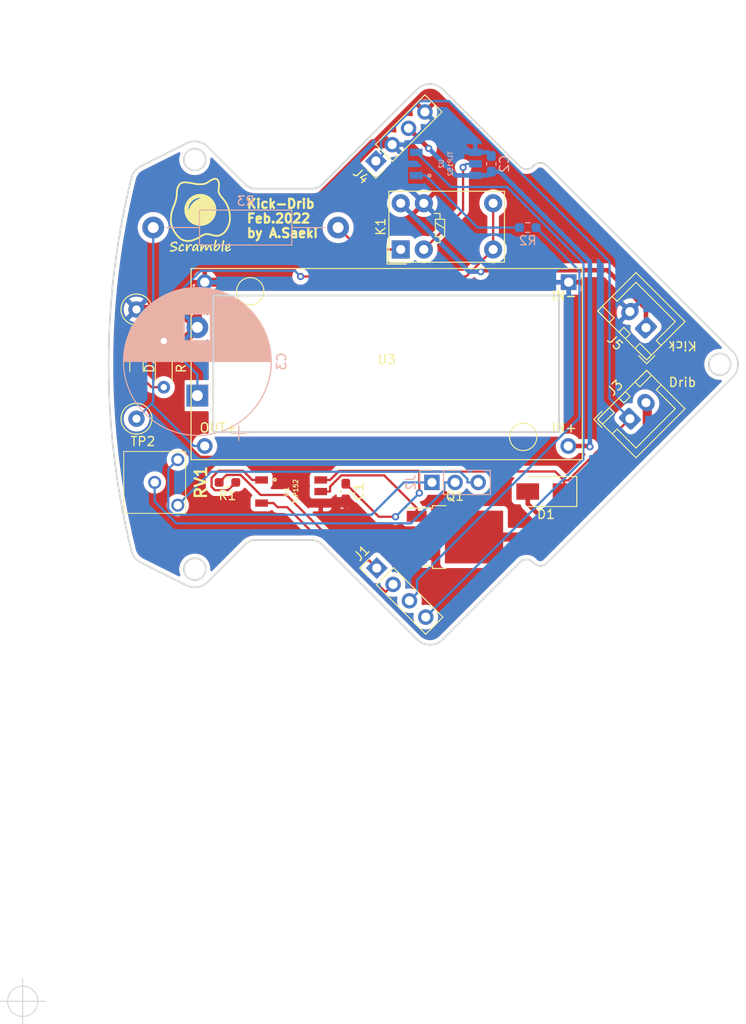
<source format=kicad_pcb>
(kicad_pcb (version 20211014) (generator pcbnew)
  (title_block (title "control board") (date "2021-11-08") (rev "V1.1") (company "Saeki.A"))
  (layers (0 "F.Cu" signal) (31 "B.Cu" signal) (34 "B.Paste" user) (35 "F.Paste" user) (36 "B.SilkS" user "B.Silkscreen") (37 "F.SilkS" user "F.Silkscreen") (38 "B.Mask" user) (39 "F.Mask" user) (44 "Edge.Cuts" user))
  (net 0 "")
  (net 1 "Net-(C3-Pad1)")
  (net 2 "+15V")
  (net 3 "GND")
  (net 4 "Net-(D1-Pad2)")
  (net 5 "Net-(J1-Pad1)")
  (net 6 "Net-(J1-Pad3)")
  (net 7 "Net-(J1-Pad4)")
  (net 8 "Net-(J1-Pad2)")
  (net 9 "Net-(J2-Pad1)")
  (net 10 "Net-(J2-Pad2)")
  (net 11 "Net-(J2-Pad3)")
  (net 12 "Net-(K1-Pad1)")
  (net 13 "Net-(K1-Pad2)")
  (net 14 "Net-(Q1-Pad1)")
  (net 15 "Net-(R3-Pad2)")
  (net 16 "Net-(R1-Pad1)")
  (net 17 "Net-(R2-Pad1)")
  (net 18 "Net-(D2-Pad2)")
  (net 19 "Net-(J5-Pad1)")
  (net 20 "Net-(J4-Pad1)")
  (footprint "0.main.robot:XL6009_HW432" (layer "F.Cu") (at 75.5 115 180)
    (fp_text reference "U3" (at 0 0.5) (layer "F.SilkS"))
    (fp_text value "XL6009/HW-432")
    (fp_text user "OUT-" (at 19 7.5) (layer "F.SilkS"))
    (fp_text user "IN-" (at -19.5 7.5) (layer "F.SilkS"))
    (fp_text user "IN+" (at -19.5 -7) (layer "F.SilkS"))
    (fp_text user "OUT+" (at 18.5 -7) (layer "F.SilkS"))
    (pad "1" thru_hole rect (at -20 9 180) (size 1.7272 1.7272) (drill 1.016) (layers *.Cu *.Mask) (net 3 "GND"))
    (pad "2" thru_hole oval (at -19.96 -9 180) (size 1.7272 1.7272) (drill 1.016) (layers *.Cu *.Mask) (net 2 "+15V"))
    (pad "3" thru_hole oval (at 20 9 180) (size 1.7272 1.7272) (drill 1.016) (layers *.Cu *.Mask) (net 3 "GND"))
    (pad "4" thru_hole oval (at 20 -9 180) (size 1.7272 1.7272) (drill 1.016) (layers *.Cu *.Mask) (net 15 "Net-(R3-Pad2)"))
  )
  (footprint "Capacitor_SMD:C_0603_1608Metric_Pad1.08x0.95mm_HandSolder" (layer "F.Cu") (at 71 129 -90)
    (fp_text reference "C1" (at 0 -1.43 90) (layer "F.SilkS"))
    (fp_text value "1uF")
    (pad "1" smd roundrect (at -0.8625 0 270) (size 1.075 0.95) (layers "F.Cu" "F.Paste" "F.Mask") (net 20 "Net-(J4-Pad1)"))
    (pad "2" smd roundrect (at 0.8625 0 270) (size 1.075 0.95) (layers "F.Cu" "F.Paste" "F.Mask") (net 3 "GND"))
  )
  (footprint "Connector_JST:JST_XH_B2B-XH-A_1x02_P2.50mm_Vertical" (layer "F.Cu") (at 104 111 135)
    (fp_text reference "J5" (at 1.25 -3.55 135) (layer "F.SilkS"))
    (fp_text value "Kicker1")
    (pad "1" thru_hole roundrect (at 0 0 135) (size 1.7 2) (drill 1) (layers *.Cu *.Mask) (roundrect_rratio 0.147059) (net 19 "Net-(J5-Pad1)"))
    (pad "2" thru_hole oval (at 2.5 0 135) (size 1.7 2) (drill 1) (layers *.Cu *.Mask) (net 3 "GND"))
  )
  (footprint "Connector_PinHeader_2.54mm:PinHeader_1x04_P2.54mm_Vertical" (layer "F.Cu") (at 74.313 92.687 135)
    (fp_text reference "J4" (at 0 -2.33 135) (layer "F.SilkS"))
    (fp_text value "drib-kick_POWER")
    (pad "1" thru_hole rect (at 0 0 135) (size 1.7 1.7) (drill 1) (layers *.Cu *.Mask) (net 20 "Net-(J4-Pad1)"))
    (pad "2" thru_hole oval (at 0 2.54 135) (size 1.7 1.7) (drill 1) (layers *.Cu *.Mask) (net 3 "GND"))
    (pad "3" thru_hole oval (at 0 5.08 135) (size 1.7 1.7) (drill 1) (layers *.Cu *.Mask) (net 2 "+15V"))
    (pad "4" thru_hole oval (at 0 7.62 135) (size 1.7 1.7) (drill 1) (layers *.Cu *.Mask) (net 3 "GND"))
  )
  (footprint "TestPoint:TestPoint_Loop_D2.60mm_Drill0.9mm_Beaded" (layer "F.Cu") (at 48 121)
    (fp_text reference "TP2" (at 0.7 2.5) (layer "F.SilkS"))
    (fp_text value "V+")
    (pad "1" thru_hole circle (at 0 0) (size 1.8 1.8) (drill 0.9) (layers *.Cu *.Mask) (net 15 "Net-(R3-Pad2)"))
  )
  (footprint "TestPoint:TestPoint_Loop_D2.60mm_Drill0.9mm_Beaded" (layer "F.Cu") (at 48 109)
    (fp_text reference "TP1" (at 0.7 2.5) (layer "F.SilkS"))
    (fp_text value "GND")
    (pad "1" thru_hole circle (at 0 0) (size 1.8 1.8) (drill 0.9) (layers *.Cu *.Mask) (net 3 "GND"))
  )
  (footprint "0.main.robot:Trim-GF063X" (layer "F.Cu") (at 50 128 -90)
    (fp_text reference "RV1" (at 0 -5.08 90) (layer "F.SilkS") (effects (font (size 1.27 1.27) (thickness 0.254))))
    (fp_text value "20k" hide)
    (pad "1" thru_hole circle locked (at -2.5 -2.54 270) (size 1.431 1.431) (drill 0.92) (layers *.Cu *.Mask) (net 9 "Net-(J2-Pad1)"))
    (pad "2" thru_hole circle locked (at 0 0 270) (size 1.431 1.431) (drill 0.92) (layers *.Cu *.Mask) (net 10 "Net-(J2-Pad2)"))
    (pad "3" thru_hole circle locked (at 2.5 -2.54 270) (size 1.431 1.431) (drill 0.92) (layers *.Cu *.Mask) (net 11 "Net-(J2-Pad3)"))
  )
  (footprint "LOGO" (layer "F.Cu") (at 55 99)
    (fp_text reference "G***")
    (fp_text value "LOGO" hide)
  )
  (footprint "Resistor_SMD:R_0603_1608Metric_Pad0.98x0.95mm_HandSolder" (layer "F.Cu") (at 58 128 180)
    (fp_text reference "R1" (at 0 -1.43) (layer "F.SilkS"))
    (fp_text value "120")
    (pad "1" smd roundrect (at -0.9125 0 180) (size 0.975 0.95) (layers "F.Cu" "F.Paste" "F.Mask") (net 16 "Net-(R1-Pad1)"))
    (pad "2" smd roundrect (at 0.9125 0 180) (size 0.975 0.95) (layers "F.Cu" "F.Paste" "F.Mask") (net 5 "Net-(J1-Pad1)"))
  )
  (footprint "0.main.robot:TLP152" (layer "F.Cu") (at 65 129 -90)
    (fp_text reference "U1" (at 0 0.5 90) (layer "F.SilkS") (effects (font (size 0.5 0.5) (thickness 0.1))))
    (fp_text value "TLP152" (at 0 -0.5 90) (layer "F.SilkS") (effects (font (size 0.5 0.5) (thickness 0.1))))
    (pad "1" smd rect locked (at -1.27 3.25 270) (size 0.8 1.4) (layers "F.Cu" "F.Paste" "F.Mask") (net 16 "Net-(R1-Pad1)"))
    (pad "3" smd rect locked (at 1.27 3.25 270) (size 0.8 1.4) (layers "F.Cu" "F.Paste" "F.Mask") (net 8 "Net-(J1-Pad2)"))
    (pad "4" smd rect locked (at 1.27 -3.25 270) (size 0.8 1.4) (layers "F.Cu" "F.Paste" "F.Mask") (net 3 "GND"))
    (pad "5" smd rect locked (at 0 -3.25 270) (size 0.8 1.4) (layers "F.Cu" "F.Paste" "F.Mask") (net 14 "Net-(Q1-Pad1)"))
    (pad "6" smd rect locked (at -1.27 -3.25 270) (size 0.8 1.4) (layers "F.Cu" "F.Paste" "F.Mask") (net 20 "Net-(J4-Pad1)"))
  )
  (footprint "Connector_JST:JST_XH_B2B-XH-A_1x02_P2.50mm_Vertical" (layer "F.Cu") (at 102.2322 121 45)
    (fp_text reference "J3" (at 1.25 -3.55 45) (layer "F.SilkS"))
    (fp_text value "DribblerMotor")
    (pad "1" thru_hole roundrect (at 0 0 45) (size 1.7 2) (drill 1) (layers *.Cu *.Mask) (roundrect_rratio 0.147059) (net 20 "Net-(J4-Pad1)"))
    (pad "2" thru_hole oval (at 2.5 0 45) (size 1.7 2) (drill 1) (layers *.Cu *.Mask) (net 4 "Net-(D1-Pad2)"))
  )
  (footprint "Relay_THT:Relay_SPDT_Omron_G5V-1" (layer "F.Cu") (at 77.0425 102.4075 90)
    (fp_text reference "K1" (at 2.5 -2.2 90) (layer "F.SilkS"))
    (fp_text value "G5V-1/12V")
    (pad "1" thru_hole rect (at 0 0 90) (size 2 2) (drill 1) (layers *.Cu *.Mask) (net 12 "Net-(K1-Pad1)"))
    (pad "2" thru_hole circle (at 0 2.54 90) (size 2 2) (drill 1) (layers *.Cu *.Mask) (net 13 "Net-(K1-Pad2)"))
    (pad "5" thru_hole circle (at 0 10.16 90) (size 2 2) (drill 1) (layers *.Cu *.Mask) (net 1 "Net-(C3-Pad1)"))
    (pad "6" thru_hole circle (at 5.08 10.16 90) (size 2 2) (drill 1) (layers *.Cu *.Mask) (net 1 "Net-(C3-Pad1)"))
    (pad "9" thru_hole circle (at 5.08 2.54 90) (size 2 2) (drill 1) (layers *.Cu *.Mask) (net 3 "GND"))
    (pad "10" thru_hole circle (at 5.08 0 90) (size 2 2) (drill 1) (layers *.Cu *.Mask) (net 19 "Net-(J5-Pad1)"))
  )
  (footprint "Connector_PinHeader_2.54mm:PinHeader_1x04_P2.54mm_Vertical" (layer "F.Cu") (at 74.4079 137.4079 45)
    (fp_text reference "J1" (at 0 -2.33 45) (layer "F.SilkS"))
    (fp_text value "drib-kick")
    (pad "1" thru_hole rect (at 0 0 45) (size 1.7 1.7) (drill 1) (layers *.Cu *.Mask) (net 5 "Net-(J1-Pad1)"))
    (pad "2" thru_hole oval (at 0 2.54 45) (size 1.7 1.7) (drill 1) (layers *.Cu *.Mask) (net 8 "Net-(J1-Pad2)"))
    (pad "3" thru_hole oval (at 0 5.08 45) (size 1.7 1.7) (drill 1) (layers *.Cu *.Mask) (net 6 "Net-(J1-Pad3)"))
    (pad "4" thru_hole oval (at 0 7.62 45) (size 1.7 1.7) (drill 1) (layers *.Cu *.Mask) (net 7 "Net-(J1-Pad4)"))
  )
  (footprint "Resistor_THT:R_Axial_DIN0204_L3.6mm_D1.6mm_P5.08mm_Horizontal" (layer "F.Cu") (at 51 112.46 -90)
    (fp_text reference "R4" (at 2.54 -1.92 90) (layer "F.SilkS"))
    (fp_text value "30k")
    (pad "1" thru_hole circle (at 0 0 270) (size 1.4 1.4) (drill 0.7) (layers *.Cu *.Mask) (net 1 "Net-(C3-Pad1)"))
    (pad "2" thru_hole oval (at 5.08 0 270) (size 1.4 1.4) (drill 0.7) (layers *.Cu *.Mask) (net 18 "Net-(D2-Pad2)"))
  )
  (footprint "Diode_SMD:D_SMA" (layer "F.Cu") (at 93 129 180)
    (fp_text reference "D1" (at 0 -2.5) (layer "F.SilkS"))
    (fp_text value "SX34F")
    (pad "1" smd rect (at -2 0 180) (size 2.5 1.8) (layers "F.Cu" "F.Paste" "F.Mask") (net 20 "Net-(J4-Pad1)"))
    (pad "2" smd rect (at 2 0 180) (size 2.5 1.8) (layers "F.Cu" "F.Paste" "F.Mask") (net 4 "Net-(D1-Pad2)"))
  )
  (footprint "Package_TO_SOT_SMD:TO-252-2" (layer "F.Cu") (at 83 134)
    (fp_text reference "Q1" (at 0 -4.5) (layer "F.SilkS"))
    (fp_text value "NP52N06SLG")
    (pad "1" smd rect (at -4.2 -2.28) (size 2.2 1.2) (layers "F.Cu" "F.Paste" "F.Mask") (net 14 "Net-(Q1-Pad1)"))
    (pad "2" smd rect (at 2.1 0) (size 6.4 5.8) (layers "F.Cu" "F.Mask") (net 4 "Net-(D1-Pad2)"))
    (pad "3" smd rect (at -4.2 2.28) (size 2.2 1.2) (layers "F.Cu" "F.Paste" "F.Mask") (net 3 "GND"))
  )
  (footprint "LED_SMD:LED_0603_1608Metric_Pad1.05x0.95mm_HandSolder" (layer "F.Cu") (at 48 115 -90)
    (fp_text reference "D2" (at 0 -1.43 90) (layer "F.SilkS"))
    (fp_text value "LED")
    (pad "1" smd roundrect (at -0.875 0 270) (size 1.05 0.95) (layers "F.Cu" "F.Paste" "F.Mask") (net 3 "GND"))
    (pad "2" smd roundrect (at 0.875 0 270) (size 1.05 0.95) (layers "F.Cu" "F.Paste" "F.Mask") (net 18 "Net-(D2-Pad2)"))
  )
  (footprint "0.main.robot:TLP152" (layer "B.Cu") (at 82 93 90)
    (fp_text reference "U2" (at 0 -0.5 90) (layer "B.SilkS") (effects (font (size 0.5 0.5) (thickness 0.1)) (justify mirror)))
    (fp_text value "TLP152" (at 0 0.5 90) (layer "B.SilkS") (effects (font (size 0.5 0.5) (thickness 0.1)) (justify mirror)))
    (pad "1" smd rect locked (at -1.27 -3.25 90) (size 0.8 1.4) (layers "B.Cu" "B.Paste" "B.Mask") (net 17 "Net-(R2-Pad1)"))
    (pad "3" smd rect locked (at 1.27 -3.25 90) (size 0.8 1.4) (layers "B.Cu" "B.Paste" "B.Mask") (net 7 "Net-(J1-Pad4)"))
    (pad "4" smd rect locked (at 1.27 3.25 90) (size 0.8 1.4) (layers "B.Cu" "B.Paste" "B.Mask") (net 3 "GND"))
    (pad "5" smd rect locked (at 0 3.25 90) (size 0.8 1.4) (layers "B.Cu" "B.Paste" "B.Mask") (net 13 "Net-(K1-Pad2)"))
    (pad "6" smd rect locked (at -1.27 3.25 90) (size 0.8 1.4) (layers "B.Cu" "B.Paste" "B.Mask") (net 2 "+15V"))
  )
  (footprint "Resistor_SMD:R_0603_1608Metric_Pad0.98x0.95mm_HandSolder" (layer "B.Cu") (at 91 100)
    (fp_text reference "R2" (at 0 1.43) (layer "B.SilkS") (effects (justify mirror)))
    (fp_text value "120")
    (pad "1" smd roundrect (at -0.9125 0) (size 0.975 0.95) (layers "B.Cu" "B.Paste" "B.Mask") (net 17 "Net-(R2-Pad1)"))
    (pad "2" smd roundrect (at 0.9125 0) (size 0.975 0.95) (layers "B.Cu" "B.Paste" "B.Mask") (net 6 "Net-(J1-Pad3)"))
  )
  (footprint "Capacitor_SMD:C_0603_1608Metric_Pad1.08x0.95mm_HandSolder" (layer "B.Cu") (at 87 93 90)
    (fp_text reference "C2" (at 0 1.43 90) (layer "B.SilkS") (effects (justify mirror)))
    (fp_text value "1uF")
    (pad "1" smd roundrect (at -0.8625 0 90) (size 1.075 0.95) (layers "B.Cu" "B.Paste" "B.Mask") (net 2 "+15V"))
    (pad "2" smd roundrect (at 0.8625 0 90) (size 1.075 0.95) (layers "B.Cu" "B.Paste" "B.Mask") (net 3 "GND"))
  )
  (footprint "Resistor_THT:R_Axial_DIN0411_L9.9mm_D3.6mm_P20.32mm_Horizontal" (layer "B.Cu") (at 70.16 100 180)
    (fp_text reference "R3" (at 10.16 2.92) (layer "B.SilkS") (effects (justify mirror)))
    (fp_text value "100")
    (pad "1" thru_hole circle (at 0 0 180) (size 2.4 2.4) (drill 1.2) (layers *.Cu *.Mask) (net 12 "Net-(K1-Pad1)"))
    (pad "2" thru_hole oval (at 20.32 0 180) (size 2.4 2.4) (drill 1.2) (layers *.Cu *.Mask) (net 15 "Net-(R3-Pad2)"))
  )
  (footprint "Capacitor_THT:CP_Radial_D16.0mm_P7.50mm" (layer "B.Cu") (at 54.69 118.463 90)
    (fp_text reference "C3" (at 3.75 9.25 90) (layer "B.SilkS") (effects (justify mirror)))
    (fp_text value "2200uF/63V")
    (pad "1" thru_hole rect (at 0 0 90) (size 2.4 2.4) (drill 1.2) (layers *.Cu *.Mask) (net 1 "Net-(C3-Pad1)"))
    (pad "2" thru_hole circle (at 7.5 0 90) (size 2.4 2.4) (drill 1.2) (layers *.Cu *.Mask) (net 3 "GND"))
  )
  (footprint "Connector_PinHeader_2.54mm:PinHeader_1x03_P2.54mm_Vertical" (layer "B.Cu") (at 80.475 128 -90)
    (fp_text reference "J2" (at 0 2.33 90) (layer "B.SilkS") (effects (justify mirror)))
    (fp_text value "Conn_01x03")
    (pad "1" thru_hole rect (at 0 0 270) (size 1.7 1.7) (drill 1) (layers *.Cu *.Mask) (net 9 "Net-(J2-Pad1)"))
    (pad "2" thru_hole oval (at 0 -2.54 270) (size 1.7 1.7) (drill 1) (layers *.Cu *.Mask) (net 10 "Net-(J2-Pad2)"))
    (pad "3" thru_hole oval (at 0 -5.08 270) (size 1.7 1.7) (drill 1) (layers *.Cu *.Mask) (net 11 "Net-(J2-Pad3)"))
  )
  (gr_arc (start 91.679969 93.185513) (mid 92.387076 92.892619) (end 93.094182 93.185513) (layer "Edge.Cuts") (width 0.2))
  (gr_arc (start 90.150532 136.760152) (mid 90.857638 136.467258) (end 91.564745 136.760152) (layer "Edge.Cuts") (width 0.2))
  (gr_arc (start 68.360164 95.292114) (mid 67.873529 95.617273) (end 67.299504 95.731454) (layer "Edge.Cuts") (width 0.2))
  (gr_line (start 91.564745 136.760152) (end 91.679969 136.875375) (layer "Edge.Cuts") (width 0.2))
  (gr_line (start 91.679969 93.185513) (end 91.564745 93.300736) (layer "Edge.Cuts") (width 0.2))
  (gr_line (start 61.056863 134.329434) (end 67.299504 134.329434) (layer "Edge.Cuts") (width 0.2))
  (gr_arc (start 67.299504 134.329434) (mid 67.873529 134.443615) (end 68.360164 134.768774) (layer "Edge.Cuts") (width 0.2))
  (gr_arc (start 78.836823 84.815455) (mid 80.251037 84.229668) (end 81.66525 84.815455) (layer "Edge.Cuts") (width 0.2))
  (gr_arc (start 47.439877 135.496901) (mid 44.939114 115.030444) (end 47.439877 94.563987) (layer "Edge.Cuts") (width 0.2))
  (gr_arc (start 81.66525 145.245433) (mid 80.251037 145.83122) (end 78.836823 145.245433) (layer "Edge.Cuts") (width 0.2))
  (gr_arc (start 48.486608 136.804192) (mid 47.819822 136.265382) (end 47.439877 135.496901) (layer "Edge.Cuts") (width 0.2))
  (gr_line (start 68.360164 134.768774) (end 78.836823 145.245433) (layer "Edge.Cuts") (width 0.2))
  (gr_line (start 94.44 122.463) (end 56.44 122.463) (layer "Edge.Cuts") (width 0.2))
  (gr_arc (start 93.094182 136.875375) (mid 92.387076 137.168269) (end 91.679969 136.875375) (layer "Edge.Cuts") (width 0.2))
  (gr_line (start 59.996203 95.292114) (end 55.822033 91.117945) (layer "Edge.Cuts") (width 0.2))
  (gr_arc (start 55.822033 138.942943) (mid 54.728184 139.502904) (end 53.513393 139.317584) (layer "Edge.Cuts") (width 0.2))
  (gr_line (start 56.44 122.463) (end 56.44 107.463) (layer "Edge.Cuts") (width 0.2))
  (gr_circle (center 112.110687 115.030444) (end 110.910687 115.030444) (layer "Edge.Cuts") (width 0.2) (fill none))
  (gr_line (start 48.486608 136.804192) (end 53.513393 139.317584) (layer "Edge.Cuts") (width 0.2))
  (gr_line (start 55.822033 138.942943) (end 59.996203 134.768774) (layer "Edge.Cuts") (width 0.2))
  (gr_arc (start 47.439877 94.563987) (mid 47.819822 93.795506) (end 48.486608 93.256696) (layer "Edge.Cuts") (width 0.2))
  (gr_line (start 53.513393 90.743304) (end 48.486608 93.256696) (layer "Edge.Cuts") (width 0.2))
  (gr_arc (start 61.056863 95.731454) (mid 60.482838 95.617273) (end 59.996203 95.292114) (layer "Edge.Cuts") (width 0.2))
  (gr_line (start 81.66525 145.245433) (end 90.150532 136.760152) (layer "Edge.Cuts") (width 0.2))
  (gr_arc (start 53.513393 90.743304) (mid 54.728184 90.557984) (end 55.822033 91.117945) (layer "Edge.Cuts") (width 0.2))
  (gr_arc (start 59.996203 134.768774) (mid 60.482838 134.443615) (end 61.056863 134.329434) (layer "Edge.Cuts") (width 0.2))
  (gr_line (start 67.299504 95.731454) (end 61.056863 95.731454) (layer "Edge.Cuts") (width 0.2))
  (gr_line (start 90.150532 93.300736) (end 81.66525 84.815455) (layer "Edge.Cuts") (width 0.2))
  (gr_circle (center 54.407819 137.52873) (end 53.207819 137.52873) (layer "Edge.Cuts") (width 0.2) (fill none))
  (gr_circle (center 54.407819 92.532159) (end 53.207819 92.532159) (layer "Edge.Cuts") (width 0.2) (fill none))
  (gr_arc (start 113.5249 113.61623) (mid 114.110687 115.030444) (end 113.5249 116.444658) (layer "Edge.Cuts") (width 0.2))
  (gr_line (start 78.836823 84.815455) (end 68.360164 95.292114) (layer "Edge.Cuts") (width 0.2))
  (gr_line (start 56.44 107.463) (end 94.44 107.463) (layer "Edge.Cuts") (width 0.2))
  (gr_arc (start 91.564745 93.300736) (mid 90.857638 93.59363) (end 90.150532 93.300736) (layer "Edge.Cuts") (width 0.2))
  (gr_line (start 94.44 107.463) (end 94.44 122.463) (layer "Edge.Cuts") (width 0.2))
  (gr_line (start 113.5249 113.61623) (end 93.094182 93.185513) (layer "Edge.Cuts") (width 0.2))
  (gr_line (start 93.094182 136.875375) (end 113.5249 116.444658) (layer "Edge.Cuts") (width 0.2))
  (gr_text "Kick-Drib\nFeb.2022\nby A.Saeki" (at 60 99) (layer "F.SilkS") (effects (font (size 1 1) (thickness 0.25)) (justify left)))
  (gr_text "Drib" (at 108 117) (layer "F.SilkS") (effects (font (size 1 1))))
  (gr_text "Kick" (at 108 113 180) (layer "F.SilkS") (effects (font (size 1 1))))
  (target plus (at 35.5 185) (size 5) (width 0.1) (layer "Edge.Cuts"))
  (segment (start 66.035 105.375) (end 84.235 105.375) (width 0.25) (layer "F.Cu") (net 1))
  (segment (start 87.2025 102.4075) (end 87.2025 97.3275) (width 0.25) (layer "F.Cu") (net 1))
  (segment (start 84.235 105.375) (end 87.2025 102.4075) (width 0.25) (layer "F.Cu") (net 1))
  (via (at 66.035 105.375) (size 0.8) (drill 0.4) (layers "F.Cu" "B.Cu") (net 1))
  (segment (start 55.0578 104.755) (end 51 108.8128) (width 0.25) (layer "B.Cu") (net 1))
  (segment (start 54.69 116.15) (end 54.69 118.463) (width 0.25) (layer "B.Cu") (net 1))
  (segment (start 65.415 104.755) (end 55.0578 104.755) (width 0.25) (layer "B.Cu") (net 1))
  (segment (start 51 108.8128) (end 51 112.46) (width 0.25) (layer "B.Cu") (net 1))
  (segment (start 51 112.46) (end 54.69 116.15) (width 0.25) (layer "B.Cu") (net 1))
  (segment (start 66.035 105.375) (end 65.415 104.755) (width 0.25) (layer "B.Cu") (net 1))
  (segment (start 95.46 124) (end 97.7559 124) (width 0.5) (layer "F.Cu") (net 2))
  (segment (start 97.7559 124) (end 97.8374 124.0815) (width 0.5) (layer "F.Cu") (net 2))
  (segment (start 77.9051 89.0949) (end 80.112 91.3018) (width 0.5) (layer "F.Cu") (net 2))
  (via (at 97.8374 124.0815) (size 0.8) (drill 0.4) (layers "F.Cu" "B.Cu") (net 2))
  (via (at 80.112 91.3018) (size 0.8) (drill 0.4) (layers "F.Cu" "B.Cu") (net 2))
  (segment (start 85.25 94.27) (end 83.0802 94.27) (width 0.5) (layer "B.Cu") (net 2))
  (segment (start 97.8374 124.0815) (end 97.8374 103.7555) (width 0.5) (layer "B.Cu") (net 2))
  (segment (start 85.25 94.27) (end 86.5925 94.27) (width 0.5) (layer "B.Cu") (net 2))
  (segment (start 97.8374 103.7555) (end 87.9444 93.8625) (width 0.5) (layer "B.Cu") (net 2))
  (segment (start 86.5925 94.27) (end 87 93.8625) (width 0.5) (layer "B.Cu") (net 2))
  (segment (start 83.0802 94.27) (end 80.112 91.3018) (width 0.5) (layer "B.Cu") (net 2))
  (segment (start 87.9444 93.8625) (end 87 93.8625) (width 0.5) (layer "B.Cu") (net 2))
  (segment (start 52.727 109) (end 54.69 110.963) (width 1) (layer "F.Cu") (net 3))
  (segment (start 95.5 106) (end 96.8139 106) (width 0.5) (layer "F.Cu") (net 3))
  (segment (start 74.0232 90.7854) (end 76.0035 90.7854) (width 1) (layer "F.Cu") (net 3))
  (segment (start 77.4175 136.28) (end 71 129.862) (width 1) (layer "F.Cu") (net 3))
  (segment (start 68.25 130.27) (end 67.021 130.27) (width 1) (layer "F.Cu") (net 3))
  (segment (start 54.69 106.81) (end 55.5 106) (width 1) (layer "F.Cu") (net 3))
  (segment (start 54.8525 125.563) (end 52.7905 123.501) (width 1) (layer "F.Cu") (net 3))
  (segment (start 67.021 130.27) (end 62.3141 125.563) (width 1) (layer "F.Cu") (net 3))
  (segment (start 101.3128 108.3128) (end 99.1267 108.3128) (width 0.5) (layer "F.Cu") (net 3))
  (segment (start 52.7905 116.0609) (end 52.7905 112.863) (width 1) (layer "F.Cu") (net 3))
  (segment (start 71 129.862) (end 70.9998 129.8623) (width 1) (layer "F.Cu") (net 3))
  (segment (start 78.8 136.28) (end 77.4175 136.28) (width 1) (layer "F.Cu") (net 3))
  (segment (start 52.7905 116.0609) (end 50.8546 114.125) (width 0.5) (layer "F.Cu") (net 3))
  (segment (start 54.69 110.963) (end 54.69 106.81) (width 1) (layer "F.Cu") (net 3))
  (segment (start 55.5 106) (end 58.8086 106) (width 1) (layer "F.Cu") (net 3))
  (segment (start 70.5925 130.27) (end 68.25 130.27) (width 1) (layer "F.Cu") (net 3))
  (segment (start 71 129.8625) (end 70.9998 129.8623) (width 0.5) (layer "F.Cu") (net 3))
  (segment (start 58.8086 106) (end 74.0232 90.7854) (width 1) (layer "F.Cu") (net 3))
  (segment (start 52.7905 112.863) (end 54.69 110.963) (width 1) (layer "F.Cu") (net 3))
  (segment (start 99.1267 108.3128) (end 96.8139 106) (width 0.5) (layer "F.Cu") (net 3))
  (segment (start 76.0035 90.7854) (end 76.1091 90.8909) (width 1) (layer "F.Cu") (net 3))
  (segment (start 48 109) (end 52.727 109) (width 1) (layer "F.Cu") (net 3))
  (segment (start 62.3141 125.563) (end 54.8525 125.563) (width 1) (layer "F.Cu") (net 3))
  (segment (start 50.8546 114.125) (end 48 114.125) (width 0.5) (layer "F.Cu") (net 3))
  (segment (start 52.7905 123.501) (end 52.7905 116.0609) (width 1) (layer "F.Cu") (net 3))
  (segment (start 102.2322 109.2322) (end 101.3128 108.3128) (width 0.5) (layer "F.Cu") (net 3))
  (segment (start 70.9998 129.8623) (end 70.5925 130.27) (width 1) (layer "F.Cu") (net 3))
  (segment (start 95.5 106) (end 88.255 106) (width 0.5) (layer "B.Cu") (net 3))
  (segment (start 77.8532 90.6374) (end 78.2057 90.6374) (width 0.5) (layer "B.Cu") (net 3))
  (segment (start 80.6206 88.2183) (end 80.6207 88.2182) (width 0.5) (layer "B.Cu") (net 3))
  (segment (start 81.1674 88.2225) (end 84.6749 91.73) (width 0.5) (layer "B.Cu") (net 3))
  (segment (start 88.255 106) (end 79.5825 97.3275) (width 0.5) (layer "B.Cu") (net 3))
  (segment (start 78.2057 90.6374) (end 80.6206 88.2225) (width 0.5) (layer "B.Cu") (net 3))
  (segment (start 79.5825 97.3275) (end 77.5997 95.3447) (width 0.5) (layer "B.Cu") (net 3))
  (segment (start 86.5925 91.73) (end 87 92.1375) (width 0.5) (layer "B.Cu") (net 3))
  (segment (start 84.9625 91.73) (end 84.6749 91.73) (width 0.5) (layer "B.Cu") (net 3))
  (segment (start 77.5997 95.3447) (end 77.5997 90.8909) (width 0.5) (layer "B.Cu") (net 3))
  (segment (start 84.6749 91.73) (end 84.0997 91.73) (width 0.5) (layer "B.Cu") (net 3))
  (segment (start 77.5997 90.8909) (end 77.8532 90.6374) (width 0.5) (layer "B.Cu") (net 3))
  (segment (start 79.7012 87.2988) (end 80.6207 88.2182) (width 0.5) (layer "B.Cu") (net 3))
  (segment (start 85.25 91.73) (end 86.5925 91.73) (width 0.5) (layer "B.Cu") (net 3))
  (segment (start 84.9625 91.73) (end 85.25 91.73) (width 0.5) (layer "B.Cu") (net 3))
  (segment (start 80.6206 88.2225) (end 80.6206 88.2183) (width 0.5) (layer "B.Cu") (net 3))
  (segment (start 77.5997 90.8909) (end 76.1091 90.8909) (width 0.5) (layer "B.Cu") (net 3))
  (segment (start 80.6206 88.2225) (end 81.1674 88.2225) (width 0.5) (layer "B.Cu") (net 3))
  (segment (start 104 119.2322) (end 104.0001 119.2321) (width 0.5) (layer "F.Cu") (net 4))
  (segment (start 93.549 134) (end 94.0993 133.4497) (width 1) (layer "F.Cu") (net 4))
  (segment (start 91 130.3504) (end 94.0993 133.4497) (width 0.5) (layer "F.Cu") (net 4))
  (segment (start 94.0993 133.4497) (end 104.136 123.413) (width 1) (layer "F.Cu") (net 4))
  (segment (start 85.1 134) (end 93.549 134) (width 1) (layer "F.Cu") (net 4))
  (segment (start 104.136 123.413) (end 104.136 119.369) (width 1) (layer "F.Cu") (net 4))
  (segment (start 104.136 119.369) (end 104.0001 119.2321) (width 1) (layer "F.Cu") (net 4))
  (segment (start 91 129) (end 91 130.3504) (width 0.5) (layer "F.Cu") (net 4))
  (segment (start 104.0001 119.2321) (end 104 119.232) (width 1) (layer "F.Cu") (net 4))
  (segment (start 73.5768 136.5769) (end 73.5769 136.5768) (width 0.25) (layer "F.Cu") (net 5))
  (segment (start 59.4446 127.1736) (end 61.646 129.375) (width 0.25) (layer "F.Cu") (net 5))
  (segment (start 57.9139 127.1736) (end 59.4446 127.1736) (width 0.25) (layer "F.Cu") (net 5))
  (segment (start 71.6905 136.5769) (end 73.5768 136.5769) (width 0.25) (layer "F.Cu") (net 5))
  (segment (start 74.4079 137.4079) (end 73.5769 136.5768) (width 0.25) (layer "F.Cu") (net 5))
  (segment (start 61.646 129.375) (end 64.4886 129.375) (width 0.25) (layer "F.Cu") (net 5))
  (segment (start 64.4886 129.375) (end 71.6905 136.5769) (width 0.25) (layer "F.Cu") (net 5))
  (segment (start 57.0875 128) (end 57.9139 127.1736) (width 0.25) (layer "F.Cu") (net 5))
  (segment (start 96.689 120.8874) (end 96.689 104.7765) (width 0.25) (layer "B.Cu") (net 6))
  (segment (start 96.689 104.7765) (end 91.9125 100) (width 0.25) (layer "B.Cu") (net 6))
  (segment (start 78 141) (end 78.8311 140.1689) (width 0.25) (layer "B.Cu") (net 6))
  (segment (start 78.831 138.7454) (end 96.689 120.8874) (width 0.25) (layer "B.Cu") (net 6))
  (segment (start 78.8311 140.1689) (end 78.831 140.1689) (width 0.25) (layer "B.Cu") (net 6))
  (segment (start 78.831 140.1689) (end 78.831 138.7454) (width 0.25) (layer "B.Cu") (net 6))
  (segment (start 78.75 91.73) (end 82.5567 95.5367) (width 0.25) (layer "B.Cu") (net 7))
  (segment (start 97.1394 123.7538) (end 97.1121 123.7811) (width 0.25) (layer "B.Cu") (net 7))
  (segment (start 97.1394 103.9416) (end 97.1394 123.7538) (width 0.25) (layer "B.Cu") (net 7))
  (segment (start 97.1121 125.4801) (end 79.7961 142.7961) (width 0.25) (layer "B.Cu") (net 7))
  (segment (start 88.7345 95.5367) (end 97.1394 103.9416) (width 0.25) (layer "B.Cu") (net 7))
  (segment (start 82.5567 95.5367) (end 88.7345 95.5367) (width 0.25) (layer "B.Cu") (net 7))
  (segment (start 97.1121 123.7811) (end 97.1121 125.4801) (width 0.25) (layer "B.Cu") (net 7))
  (segment (start 63.5084 130.7203) (end 64.5601 130.7203) (width 0.25) (layer "F.Cu") (net 8))
  (segment (start 68.1304 133.6537) (end 73.6807 139.204) (width 0.25) (layer "F.Cu") (net 8))
  (segment (start 76.204 139.204) (end 75.373 140.035) (width 0.25) (layer "F.Cu") (net 8))
  (segment (start 67.4935 133.6537) (end 68.1304 133.6537) (width 0.25) (layer "F.Cu") (net 8))
  (segment (start 61.75 130.27) (end 63.0581 130.27) (width 0.25) (layer "F.Cu") (net 8))
  (segment (start 74.5419 139.204) (end 75.373 140.035) (width 0.25) (layer "F.Cu") (net 8))
  (segment (start 63.0581 130.27) (end 63.5084 130.7203) (width 0.25) (layer "F.Cu") (net 8))
  (segment (start 73.6807 139.204) (end 74.5419 139.204) (width 0.25) (layer "F.Cu") (net 8))
  (segment (start 64.5601 130.7203) (end 67.4935 133.6537) (width 0.25) (layer "F.Cu") (net 8))
  (segment (start 51.494 130.9593) (end 51.494 126.546) (width 0.25) (layer "B.Cu") (net 9))
  (segment (start 52.0807 131.546) (end 51.494 130.9593) (width 0.25) (layer "B.Cu") (net 9))
  (segment (start 80.475 128) (end 79.2997 128) (width 0.25) (layer "B.Cu") (net 9))
  (segment (start 51.494 126.546) (end 52.54 125.5) (width 0.25) (layer "B.Cu") (net 9))
  (segment (start 79.2997 128) (end 77.3885 128) (width 0.25) (layer "B.Cu") (net 9))
  (segment (start 77.3885 128) (end 73.8425 131.546) (width 0.25) (layer "B.Cu") (net 9))
  (segment (start 73.8425 131.546) (end 52.0807 131.546) (width 0.25) (layer "B.Cu") (net 9))
  (segment (start 78.1559 132.4966) (end 81.8397 128.8128) (width 0.25) (layer "B.Cu") (net 10))
  (segment (start 50 130.1023) (end 52.3943 132.4966) (width 0.25) (layer "B.Cu") (net 10))
  (segment (start 50 128) (end 50 130.1023) (width 0.25) (layer "B.Cu") (net 10))
  (segment (start 83.015 128) (end 81.8397 128) (width 0.25) (layer "B.Cu") (net 10))
  (segment (start 81.8397 128.8128) (end 81.8397 128) (width 0.25) (layer "B.Cu") (net 10))
  (segment (start 52.3943 132.4966) (end 78.1559 132.4966) (width 0.25) (layer "B.Cu") (net 10))
  (segment (start 52.54 130.5) (end 56.2153 126.8247) (width 0.25) (layer "B.Cu") (net 11))
  (segment (start 83.5718 126.8247) (end 84.3797 127.6326) (width 0.25) (layer "B.Cu") (net 11))
  (segment (start 56.2153 126.8247) (end 83.5718 126.8247) (width 0.25) (layer "B.Cu") (net 11))
  (segment (start 85.555 128) (end 84.3797 128) (width 0.25) (layer "B.Cu") (net 11))
  (segment (start 84.3797 127.6326) (end 84.3797 128) (width 0.25) (layer "B.Cu") (net 11))
  (segment (start 72.5675 102.4075) (end 70.16 100) (width 0.25) (layer "F.Cu") (net 12))
  (segment (start 77.0425 102.4075) (end 72.5675 102.4075) (width 0.25) (layer "F.Cu") (net 12))
  (segment (start 79.5825 102.4075) (end 83.8967 98.0933) (width 0.25) (layer "F.Cu") (net 13))
  (segment (start 83.8967 98.0933) (end 83.8967 93.3947) (width 0.25) (layer "F.Cu") (net 13))
  (via (at 83.8967 93.3947) (size 0.8) (drill 0.4) (layers "F.Cu" "B.Cu") (net 13))
  (segment (start 85.25 93) (end 84.2247 93) (width 0.25) (layer "B.Cu") (net 13))
  (segment (start 84.2247 93) (end 83.8967 93.328) (width 0.25) (layer "B.Cu") (net 13))
  (segment (start 83.8967 93.328) (end 83.8967 93.3947) (width 0.25) (layer "B.Cu") (net 13))
  (segment (start 78.8 131.72) (end 78.8 130.7947) (width 0.25) (layer "F.Cu") (net 14))
  (segment (start 69.2753 129) (end 69.2753 128.4641) (width 0.25) (layer "F.Cu") (net 14))
  (segment (start 68.25 129) (end 69.2753 129) (width 0.25) (layer "F.Cu") (net 14))
  (segment (start 75.2318 127.2265) (end 78.8 130.7947) (width 0.25) (layer "F.Cu") (net 14))
  (segment (start 69.2753 128.4641) (end 70.5129 127.2265) (width 0.25) (layer "F.Cu") (net 14))
  (segment (start 70.5129 127.2265) (end 75.2318 127.2265) (width 0.25) (layer "F.Cu") (net 14))
  (segment (start 55.5 124) (end 54.3111 124) (width 0.25) (layer "B.Cu") (net 15))
  (segment (start 54.3111 124) (end 49.6556 119.3444) (width 0.25) (layer "B.Cu") (net 15))
  (segment (start 48 121) (end 49.6556 119.3444) (width 0.25) (layer "B.Cu") (net 15))
  (segment (start 49.84 119.16) (end 49.84 100) (width 0.25) (layer "B.Cu") (net 15))
  (segment (start 49.6556 119.3444) (end 49.84 119.16) (width 0.25) (layer "B.Cu") (net 15))
  (segment (start 61.75 127.73) (end 60.7247 127.73) (width 0.25) (layer "F.Cu") (net 16))
  (segment (start 56.2521 127.4956) (end 57.0249 126.7228) (width 0.25) (layer "F.Cu") (net 16))
  (segment (start 56.6173 128.8537) (end 56.2521 128.4885) (width 0.25) (layer "F.Cu") (net 16))
  (segment (start 58.9125 128) (end 58.0588 128.8537) (width 0.25) (layer "F.Cu") (net 16))
  (segment (start 56.2521 128.4885) (end 56.2521 127.4956) (width 0.25) (layer "F.Cu") (net 16))
  (segment (start 59.7175 126.7228) (end 60.7247 127.73) (width 0.25) (layer "F.Cu") (net 16))
  (segment (start 58.0588 128.8537) (end 56.6173 128.8537) (width 0.25) (layer "F.Cu") (net 16))
  (segment (start 57.0249 126.7228) (end 59.7175 126.7228) (width 0.25) (layer "F.Cu") (net 16))
  (segment (start 79.7753 94.27) (end 85.5053 100) (width 0.25) (layer "B.Cu") (net 17))
  (segment (start 85.5053 100) (end 90.0875 100) (width 0.25) (layer "B.Cu") (net 17))
  (segment (start 78.75 94.27) (end 79.7753 94.27) (width 0.25) (layer "B.Cu") (net 17))
  (segment (start 49.665 117.54) (end 48 115.875) (width 0.25) (layer "F.Cu") (net 18))
  (segment (start 51 117.54) (end 49.665 117.54) (width 0.25) (layer "F.Cu") (net 18))
  (segment (start 104 108.9272) (end 99.7588 104.686) (width 0.5) (layer "F.Cu") (net 19))
  (segment (start 99.7588 104.686) (end 86.0013 104.686) (width 0.5) (layer "F.Cu") (net 19))
  (segment (start 86.0013 104.686) (end 85.8433 104.844) (width 0.5) (layer "F.Cu") (net 19))
  (segment (start 104 111) (end 104 108.9272) (width 0.5) (layer "F.Cu") (net 19))
  (via (at 85.8433 104.844) (size 0.8) (drill 0.4) (layers "F.Cu" "B.Cu") (net 19))
  (segment (start 84.559 104.844) (end 85.8433 104.844) (width 0.5) (layer "B.Cu") (net 19))
  (segment (start 77.0425 97.3275) (end 84.559 104.844) (width 0.5) (layer "B.Cu") (net 19))
  (segment (start 95.4575 127.7747) (end 95 127.7747) (width 0.25) (layer "F.Cu") (net 20))
  (segment (start 68.25 127.73) (end 69.2753 127.73) (width 0.25) (layer "F.Cu") (net 20))
  (segment (start 79.0867 129.1634) (end 79.0867 126.7966) (width 0.25) (layer "F.Cu") (net 20))
  (segment (start 79.0867 126.7966) (end 94.0219 126.7966) (width 0.25) (layer "F.Cu") (net 20))
  (segment (start 94.0219 126.7966) (end 95 127.7747) (width 0.25) (layer "F.Cu") (net 20))
  (segment (start 71 128.1375) (end 74.6338 131.7713) (width 0.25) (layer "F.Cu") (net 20))
  (segment (start 79.0867 126.7966) (end 79.0215 126.7314) (width 0.25) (layer "F.Cu") (net 20))
  (segment (start 70.2739 126.7314) (end 69.2753 127.73) (width 0.25) (layer "F.Cu") (net 20))
  (segment (start 74.6338 131.7713) (end 76.4788 131.7713) (width 0.25) (layer "F.Cu") (net 20))
  (segment (start 79.0215 126.7314) (end 70.2739 126.7314) (width 0.25) (layer "F.Cu") (net 20))
  (segment (start 102.2322 121) (end 95.4575 127.7747) (width 0.25) (layer "F.Cu") (net 20))
  (segment (start 95 129) (end 95 127.7747) (width 0.25) (layer "F.Cu") (net 20))
  (via (at 79.0867 129.1634) (size 0.8) (drill 0.4) (layers "F.Cu" "B.Cu") (net 20))
  (via (at 76.4788 131.7713) (size 0.8) (drill 0.4) (layers "F.Cu" "B.Cu") (net 20))
  (segment (start 74.8843 90.3926) (end 79.1628 86.1141) (width 0.25) (layer "B.Cu") (net 20))
  (segment (start 74.8843 91.5962) (end 74.8843 90.3926) (width 0.25) (layer "B.Cu") (net 20))
  (segment (start 75.1441 91.8559) (end 74.8843 91.5962) (width 0.25) (layer "B.Cu") (net 20))
  (segment (start 82.3572 86.1141) (end 99.9949 103.7518) (width 0.25) (layer "B.Cu") (net 20))
  (segment (start 76.4788 131.7713) (end 79.0867 129.1634) (width 0.25) (layer "B.Cu") (net 20))
  (segment (start 74.313 92.687) (end 75.1441 91.8559) (width 0.25) (layer "B.Cu") (net 20))
  (segment (start 99.9949 118.7627) (end 102.2322 121) (width 0.25) (layer "B.Cu") (net 20))
  (segment (start 99.9949 103.7518) (end 99.9949 118.7627) (width 0.25) (layer "B.Cu") (net 20))
  (segment (start 79.1628 86.1141) (end 82.3572 86.1141) (width 0.25) (layer "B.Cu") (net 20))
  (zone (net 3) (net_name "GND") (layers F&B.Cu) (connect_pads (clearance 0.508)) (min_thickness 0.254) (fill yes (thermal_gap 0.508) (thermal_bridge_width 0.508))
    (polygon (pts (xy 115 155) (xy 35 155) (xy 35 75) (xy 115 75)))
  )
)
</source>
